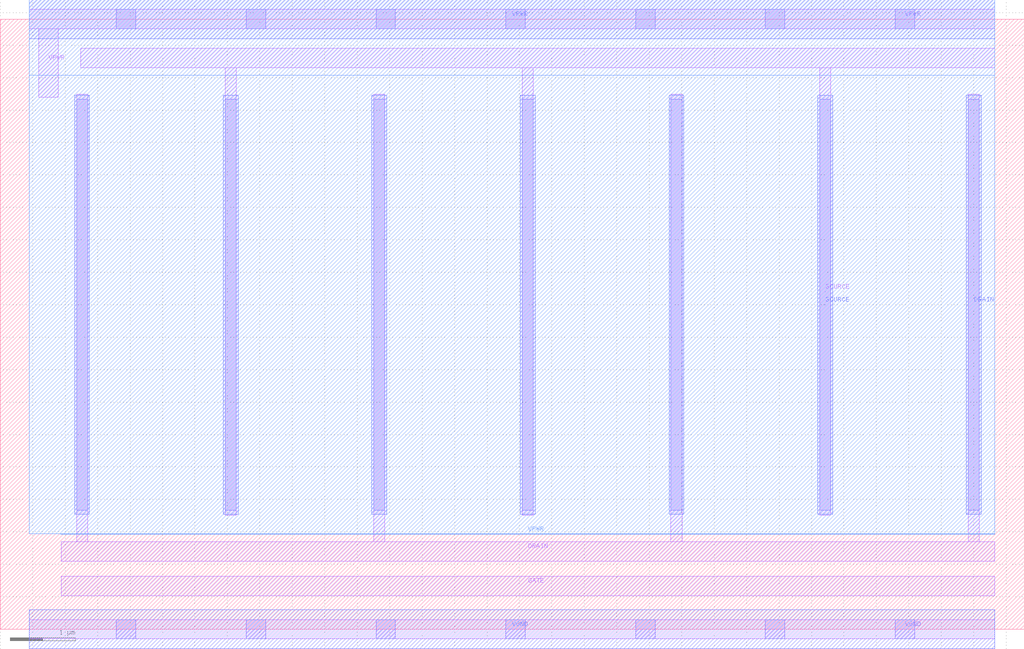
<source format=lef>
VERSION 5.7 ;
  NOWIREEXTENSIONATPIN ON ;
  DIVIDERCHAR "/" ;
  BUSBITCHARS "[]" ;
MACRO sky130_asc_pfet_01v8_lvt_6
  CLASS CORE ;
  FOREIGN sky130_asc_pfet_01v8_lvt_6 ;
  ORIGIN 0.000 0.000 ;
  SIZE 15.775 BY 9.400 ;
  SITE unitasc ;
  PIN GATE
    DIRECTION INOUT ;
    USE SIGNAL ;
    ANTENNAGATEAREA 77.400002 ;
    PORT
      LAYER li1 ;
        RECT 0.940 0.520 15.320 0.820 ;
    END
  END GATE
  PIN SOURCE
    DIRECTION INOUT ;
    USE SIGNAL ;
    ANTENNADIFFAREA 5.611500 ;
    PORT
      LAYER li1 ;
        RECT 1.240 8.650 15.320 8.950 ;
        RECT 3.465 1.755 3.635 8.650 ;
        RECT 8.045 1.755 8.215 8.650 ;
        RECT 12.625 1.755 12.795 8.650 ;
      LAYER mcon ;
        RECT 3.465 1.835 3.635 8.165 ;
        RECT 8.045 1.835 8.215 8.165 ;
        RECT 12.625 1.835 12.795 8.165 ;
      LAYER met1 ;
        RECT 3.435 1.775 3.665 8.225 ;
        RECT 8.015 1.775 8.245 8.225 ;
        RECT 12.595 1.775 12.825 8.225 ;
    END
  END SOURCE
  PIN DRAIN
    DIRECTION INOUT ;
    USE SIGNAL ;
    ANTENNADIFFAREA 7.482000 ;
    PORT
      LAYER li1 ;
        RECT 1.175 1.350 1.345 8.245 ;
        RECT 5.755 1.350 5.925 8.245 ;
        RECT 10.335 1.350 10.505 8.245 ;
        RECT 14.915 1.350 15.085 8.245 ;
        RECT 0.940 1.050 15.320 1.350 ;
      LAYER mcon ;
        RECT 1.175 1.835 1.345 8.165 ;
        RECT 5.755 1.835 5.925 8.165 ;
        RECT 10.335 1.835 10.505 8.165 ;
        RECT 14.915 1.835 15.085 8.165 ;
      LAYER met1 ;
        RECT 1.145 1.775 1.375 8.225 ;
        RECT 5.725 1.775 5.955 8.225 ;
        RECT 10.305 1.775 10.535 8.225 ;
        RECT 14.885 1.775 15.115 8.225 ;
    END
  END DRAIN
  PIN VPWR
    DIRECTION INOUT ;
    USE POWER ;
    PORT
      LAYER nwell ;
        RECT 0.450 8.535 15.320 9.700 ;
        RECT 0.450 1.470 15.325 8.535 ;
        RECT 0.935 1.465 15.325 1.470 ;
      LAYER li1 ;
        RECT 0.450 9.250 15.320 9.550 ;
        RECT 0.590 8.200 0.890 9.250 ;
      LAYER mcon ;
        RECT 1.790 9.250 2.090 9.550 ;
        RECT 3.790 9.250 4.090 9.550 ;
        RECT 5.790 9.250 6.090 9.550 ;
        RECT 7.790 9.250 8.090 9.550 ;
        RECT 9.790 9.250 10.090 9.550 ;
        RECT 11.790 9.250 12.090 9.550 ;
        RECT 13.790 9.250 14.090 9.550 ;
      LAYER met1 ;
        RECT 0.450 9.100 15.320 9.700 ;
    END
  END VPWR
  PIN VGND
    DIRECTION INOUT ;
    USE GROUND ;
    PORT
      LAYER li1 ;
        RECT 0.450 -0.150 15.320 0.150 ;
      LAYER mcon ;
        RECT 1.790 -0.150 2.090 0.150 ;
        RECT 3.790 -0.150 4.090 0.150 ;
        RECT 5.790 -0.150 6.090 0.150 ;
        RECT 7.790 -0.150 8.090 0.150 ;
        RECT 9.790 -0.150 10.090 0.150 ;
        RECT 11.790 -0.150 12.090 0.150 ;
        RECT 13.790 -0.150 14.090 0.150 ;
      LAYER met1 ;
        RECT 0.450 -0.300 15.320 0.300 ;
    END
  END VGND
END sky130_asc_pfet_01v8_lvt_6
END LIBRARY


</source>
